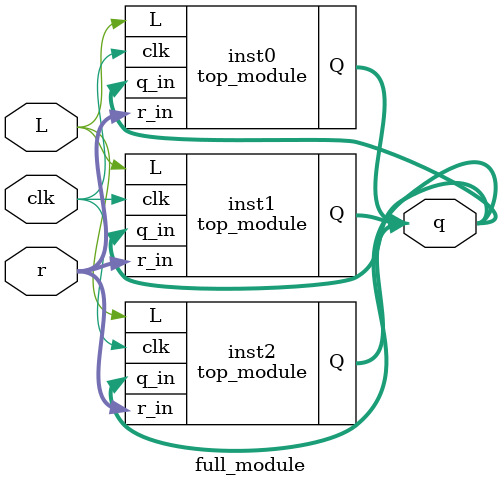
<source format=sv>
module top_module(
    input clk,
    input L,
    input [2:0] q_in,
    input [2:0] r_in,
    output reg [2:0] Q
);

    always @(posedge clk) begin
        if (L) begin
            Q <= r_in;
        end else begin
            Q <= {Q[1] ^ Q[2], Q[0], Q[2]};
        end
    end

endmodule
module full_module (
    input [2:0] r,
    input L,
    input clk,
    output reg [2:0] q
);

    top_module inst0(
        .clk(clk),
        .L(L),
        .q_in(q),
        .r_in(r),
        .Q(q)
    );

    top_module inst1(
        .clk(clk),
        .L(L),
        .q_in(q),
        .r_in(r),
        .Q(q)
    );

    top_module inst2(
        .clk(clk),
        .L(L),
        .q_in(q),
        .r_in(r),
        .Q(q)
    );

endmodule

</source>
